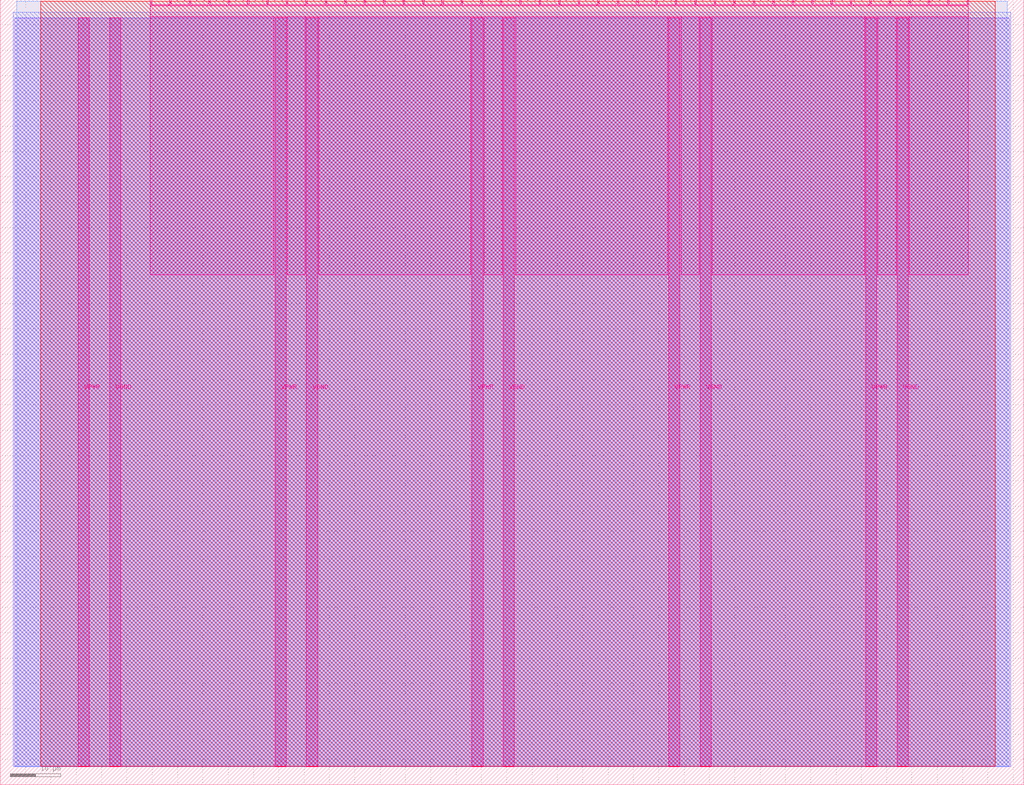
<source format=lef>
VERSION 5.7 ;
  NOWIREEXTENSIONATPIN ON ;
  DIVIDERCHAR "/" ;
  BUSBITCHARS "[]" ;
MACRO tt_um_alif_single_dualleak
  CLASS BLOCK ;
  FOREIGN tt_um_alif_single_dualleak ;
  ORIGIN 0.000 0.000 ;
  SIZE 202.080 BY 154.980 ;
  PIN VGND
    DIRECTION INOUT ;
    USE GROUND ;
    PORT
      LAYER Metal5 ;
        RECT 21.580 3.560 23.780 151.420 ;
    END
    PORT
      LAYER Metal5 ;
        RECT 60.450 3.560 62.650 151.420 ;
    END
    PORT
      LAYER Metal5 ;
        RECT 99.320 3.560 101.520 151.420 ;
    END
    PORT
      LAYER Metal5 ;
        RECT 138.190 3.560 140.390 151.420 ;
    END
    PORT
      LAYER Metal5 ;
        RECT 177.060 3.560 179.260 151.420 ;
    END
  END VGND
  PIN VPWR
    DIRECTION INOUT ;
    USE POWER ;
    PORT
      LAYER Metal5 ;
        RECT 15.380 3.560 17.580 151.420 ;
    END
    PORT
      LAYER Metal5 ;
        RECT 54.250 3.560 56.450 151.420 ;
    END
    PORT
      LAYER Metal5 ;
        RECT 93.120 3.560 95.320 151.420 ;
    END
    PORT
      LAYER Metal5 ;
        RECT 131.990 3.560 134.190 151.420 ;
    END
    PORT
      LAYER Metal5 ;
        RECT 170.860 3.560 173.060 151.420 ;
    END
  END VPWR
  PIN clk
    DIRECTION INPUT ;
    USE SIGNAL ;
    ANTENNAGATEAREA 0.213200 ;
    PORT
      LAYER Metal5 ;
        RECT 187.050 153.980 187.350 154.980 ;
    END
  END clk
  PIN ena
    DIRECTION INPUT ;
    USE SIGNAL ;
    ANTENNAGATEAREA 0.213200 ;
    PORT
      LAYER Metal5 ;
        RECT 190.890 153.980 191.190 154.980 ;
    END
  END ena
  PIN rst_n
    DIRECTION INPUT ;
    USE SIGNAL ;
    ANTENNAGATEAREA 0.527800 ;
    PORT
      LAYER Metal5 ;
        RECT 183.210 153.980 183.510 154.980 ;
    END
  END rst_n
  PIN ui_in[0]
    DIRECTION INPUT ;
    USE SIGNAL ;
    ANTENNAGATEAREA 0.180700 ;
    PORT
      LAYER Metal5 ;
        RECT 179.370 153.980 179.670 154.980 ;
    END
  END ui_in[0]
  PIN ui_in[1]
    DIRECTION INPUT ;
    USE SIGNAL ;
    ANTENNAGATEAREA 0.213200 ;
    PORT
      LAYER Metal5 ;
        RECT 175.530 153.980 175.830 154.980 ;
    END
  END ui_in[1]
  PIN ui_in[2]
    DIRECTION INPUT ;
    USE SIGNAL ;
    ANTENNAGATEAREA 0.213200 ;
    PORT
      LAYER Metal5 ;
        RECT 171.690 153.980 171.990 154.980 ;
    END
  END ui_in[2]
  PIN ui_in[3]
    DIRECTION INPUT ;
    USE SIGNAL ;
    ANTENNAGATEAREA 0.213200 ;
    PORT
      LAYER Metal5 ;
        RECT 167.850 153.980 168.150 154.980 ;
    END
  END ui_in[3]
  PIN ui_in[4]
    DIRECTION INPUT ;
    USE SIGNAL ;
    ANTENNAGATEAREA 0.180700 ;
    PORT
      LAYER Metal5 ;
        RECT 164.010 153.980 164.310 154.980 ;
    END
  END ui_in[4]
  PIN ui_in[5]
    DIRECTION INPUT ;
    USE SIGNAL ;
    ANTENNAGATEAREA 0.180700 ;
    PORT
      LAYER Metal5 ;
        RECT 160.170 153.980 160.470 154.980 ;
    END
  END ui_in[5]
  PIN ui_in[6]
    DIRECTION INPUT ;
    USE SIGNAL ;
    ANTENNAGATEAREA 0.180700 ;
    PORT
      LAYER Metal5 ;
        RECT 156.330 153.980 156.630 154.980 ;
    END
  END ui_in[6]
  PIN ui_in[7]
    DIRECTION INPUT ;
    USE SIGNAL ;
    ANTENNAGATEAREA 0.180700 ;
    PORT
      LAYER Metal5 ;
        RECT 152.490 153.980 152.790 154.980 ;
    END
  END ui_in[7]
  PIN uio_in[0]
    DIRECTION INPUT ;
    USE SIGNAL ;
    ANTENNAGATEAREA 0.180700 ;
    PORT
      LAYER Metal5 ;
        RECT 148.650 153.980 148.950 154.980 ;
    END
  END uio_in[0]
  PIN uio_in[1]
    DIRECTION INPUT ;
    USE SIGNAL ;
    PORT
      LAYER Metal5 ;
        RECT 144.810 153.980 145.110 154.980 ;
    END
  END uio_in[1]
  PIN uio_in[2]
    DIRECTION INPUT ;
    USE SIGNAL ;
    PORT
      LAYER Metal5 ;
        RECT 140.970 153.980 141.270 154.980 ;
    END
  END uio_in[2]
  PIN uio_in[3]
    DIRECTION INPUT ;
    USE SIGNAL ;
    PORT
      LAYER Metal5 ;
        RECT 137.130 153.980 137.430 154.980 ;
    END
  END uio_in[3]
  PIN uio_in[4]
    DIRECTION INPUT ;
    USE SIGNAL ;
    PORT
      LAYER Metal5 ;
        RECT 133.290 153.980 133.590 154.980 ;
    END
  END uio_in[4]
  PIN uio_in[5]
    DIRECTION INPUT ;
    USE SIGNAL ;
    PORT
      LAYER Metal5 ;
        RECT 129.450 153.980 129.750 154.980 ;
    END
  END uio_in[5]
  PIN uio_in[6]
    DIRECTION INPUT ;
    USE SIGNAL ;
    PORT
      LAYER Metal5 ;
        RECT 125.610 153.980 125.910 154.980 ;
    END
  END uio_in[6]
  PIN uio_in[7]
    DIRECTION INPUT ;
    USE SIGNAL ;
    PORT
      LAYER Metal5 ;
        RECT 121.770 153.980 122.070 154.980 ;
    END
  END uio_in[7]
  PIN uio_oe[0]
    DIRECTION OUTPUT ;
    USE SIGNAL ;
    ANTENNADIFFAREA 0.392700 ;
    PORT
      LAYER Metal5 ;
        RECT 56.490 153.980 56.790 154.980 ;
    END
  END uio_oe[0]
  PIN uio_oe[1]
    DIRECTION OUTPUT ;
    USE SIGNAL ;
    ANTENNADIFFAREA 0.299200 ;
    PORT
      LAYER Metal5 ;
        RECT 52.650 153.980 52.950 154.980 ;
    END
  END uio_oe[1]
  PIN uio_oe[2]
    DIRECTION OUTPUT ;
    USE SIGNAL ;
    ANTENNADIFFAREA 0.299200 ;
    PORT
      LAYER Metal5 ;
        RECT 48.810 153.980 49.110 154.980 ;
    END
  END uio_oe[2]
  PIN uio_oe[3]
    DIRECTION OUTPUT ;
    USE SIGNAL ;
    ANTENNADIFFAREA 0.299200 ;
    PORT
      LAYER Metal5 ;
        RECT 44.970 153.980 45.270 154.980 ;
    END
  END uio_oe[3]
  PIN uio_oe[4]
    DIRECTION OUTPUT ;
    USE SIGNAL ;
    ANTENNADIFFAREA 0.299200 ;
    PORT
      LAYER Metal5 ;
        RECT 41.130 153.980 41.430 154.980 ;
    END
  END uio_oe[4]
  PIN uio_oe[5]
    DIRECTION OUTPUT ;
    USE SIGNAL ;
    ANTENNADIFFAREA 0.299200 ;
    PORT
      LAYER Metal5 ;
        RECT 37.290 153.980 37.590 154.980 ;
    END
  END uio_oe[5]
  PIN uio_oe[6]
    DIRECTION OUTPUT ;
    USE SIGNAL ;
    ANTENNADIFFAREA 0.299200 ;
    PORT
      LAYER Metal5 ;
        RECT 33.450 153.980 33.750 154.980 ;
    END
  END uio_oe[6]
  PIN uio_oe[7]
    DIRECTION OUTPUT ;
    USE SIGNAL ;
    ANTENNADIFFAREA 0.299200 ;
    PORT
      LAYER Metal5 ;
        RECT 29.610 153.980 29.910 154.980 ;
    END
  END uio_oe[7]
  PIN uio_out[0]
    DIRECTION OUTPUT ;
    USE SIGNAL ;
    ANTENNADIFFAREA 0.706800 ;
    PORT
      LAYER Metal5 ;
        RECT 87.210 153.980 87.510 154.980 ;
    END
  END uio_out[0]
  PIN uio_out[1]
    DIRECTION OUTPUT ;
    USE SIGNAL ;
    ANTENNADIFFAREA 0.299200 ;
    PORT
      LAYER Metal5 ;
        RECT 83.370 153.980 83.670 154.980 ;
    END
  END uio_out[1]
  PIN uio_out[2]
    DIRECTION OUTPUT ;
    USE SIGNAL ;
    ANTENNADIFFAREA 0.299200 ;
    PORT
      LAYER Metal5 ;
        RECT 79.530 153.980 79.830 154.980 ;
    END
  END uio_out[2]
  PIN uio_out[3]
    DIRECTION OUTPUT ;
    USE SIGNAL ;
    ANTENNADIFFAREA 0.299200 ;
    PORT
      LAYER Metal5 ;
        RECT 75.690 153.980 75.990 154.980 ;
    END
  END uio_out[3]
  PIN uio_out[4]
    DIRECTION OUTPUT ;
    USE SIGNAL ;
    ANTENNADIFFAREA 0.299200 ;
    PORT
      LAYER Metal5 ;
        RECT 71.850 153.980 72.150 154.980 ;
    END
  END uio_out[4]
  PIN uio_out[5]
    DIRECTION OUTPUT ;
    USE SIGNAL ;
    ANTENNADIFFAREA 0.299200 ;
    PORT
      LAYER Metal5 ;
        RECT 68.010 153.980 68.310 154.980 ;
    END
  END uio_out[5]
  PIN uio_out[6]
    DIRECTION OUTPUT ;
    USE SIGNAL ;
    ANTENNADIFFAREA 0.299200 ;
    PORT
      LAYER Metal5 ;
        RECT 64.170 153.980 64.470 154.980 ;
    END
  END uio_out[6]
  PIN uio_out[7]
    DIRECTION OUTPUT ;
    USE SIGNAL ;
    ANTENNADIFFAREA 0.299200 ;
    PORT
      LAYER Metal5 ;
        RECT 60.330 153.980 60.630 154.980 ;
    END
  END uio_out[7]
  PIN uo_out[0]
    DIRECTION OUTPUT ;
    USE SIGNAL ;
    ANTENNADIFFAREA 0.654800 ;
    PORT
      LAYER Metal5 ;
        RECT 117.930 153.980 118.230 154.980 ;
    END
  END uo_out[0]
  PIN uo_out[1]
    DIRECTION OUTPUT ;
    USE SIGNAL ;
    ANTENNADIFFAREA 0.662000 ;
    PORT
      LAYER Metal5 ;
        RECT 114.090 153.980 114.390 154.980 ;
    END
  END uo_out[1]
  PIN uo_out[2]
    DIRECTION OUTPUT ;
    USE SIGNAL ;
    ANTENNADIFFAREA 0.662000 ;
    PORT
      LAYER Metal5 ;
        RECT 110.250 153.980 110.550 154.980 ;
    END
  END uo_out[2]
  PIN uo_out[3]
    DIRECTION OUTPUT ;
    USE SIGNAL ;
    ANTENNADIFFAREA 0.662000 ;
    PORT
      LAYER Metal5 ;
        RECT 106.410 153.980 106.710 154.980 ;
    END
  END uo_out[3]
  PIN uo_out[4]
    DIRECTION OUTPUT ;
    USE SIGNAL ;
    ANTENNADIFFAREA 0.662000 ;
    PORT
      LAYER Metal5 ;
        RECT 102.570 153.980 102.870 154.980 ;
    END
  END uo_out[4]
  PIN uo_out[5]
    DIRECTION OUTPUT ;
    USE SIGNAL ;
    ANTENNADIFFAREA 0.662000 ;
    PORT
      LAYER Metal5 ;
        RECT 98.730 153.980 99.030 154.980 ;
    END
  END uo_out[5]
  PIN uo_out[6]
    DIRECTION OUTPUT ;
    USE SIGNAL ;
    ANTENNADIFFAREA 0.662000 ;
    PORT
      LAYER Metal5 ;
        RECT 94.890 153.980 95.190 154.980 ;
    END
  END uo_out[6]
  PIN uo_out[7]
    DIRECTION OUTPUT ;
    USE SIGNAL ;
    ANTENNADIFFAREA 0.662000 ;
    PORT
      LAYER Metal5 ;
        RECT 91.050 153.980 91.350 154.980 ;
    END
  END uo_out[7]
  OBS
      LAYER GatPoly ;
        RECT 2.880 3.630 199.200 151.350 ;
      LAYER Metal1 ;
        RECT 2.880 3.560 199.200 151.420 ;
      LAYER Metal2 ;
        RECT 2.605 3.680 199.475 152.560 ;
      LAYER Metal3 ;
        RECT 3.260 3.635 198.820 154.705 ;
      LAYER Metal4 ;
        RECT 8.015 3.680 196.465 154.660 ;
      LAYER Metal5 ;
        RECT 30.120 153.770 33.240 153.980 ;
        RECT 33.960 153.770 37.080 153.980 ;
        RECT 37.800 153.770 40.920 153.980 ;
        RECT 41.640 153.770 44.760 153.980 ;
        RECT 45.480 153.770 48.600 153.980 ;
        RECT 49.320 153.770 52.440 153.980 ;
        RECT 53.160 153.770 56.280 153.980 ;
        RECT 57.000 153.770 60.120 153.980 ;
        RECT 60.840 153.770 63.960 153.980 ;
        RECT 64.680 153.770 67.800 153.980 ;
        RECT 68.520 153.770 71.640 153.980 ;
        RECT 72.360 153.770 75.480 153.980 ;
        RECT 76.200 153.770 79.320 153.980 ;
        RECT 80.040 153.770 83.160 153.980 ;
        RECT 83.880 153.770 87.000 153.980 ;
        RECT 87.720 153.770 90.840 153.980 ;
        RECT 91.560 153.770 94.680 153.980 ;
        RECT 95.400 153.770 98.520 153.980 ;
        RECT 99.240 153.770 102.360 153.980 ;
        RECT 103.080 153.770 106.200 153.980 ;
        RECT 106.920 153.770 110.040 153.980 ;
        RECT 110.760 153.770 113.880 153.980 ;
        RECT 114.600 153.770 117.720 153.980 ;
        RECT 118.440 153.770 121.560 153.980 ;
        RECT 122.280 153.770 125.400 153.980 ;
        RECT 126.120 153.770 129.240 153.980 ;
        RECT 129.960 153.770 133.080 153.980 ;
        RECT 133.800 153.770 136.920 153.980 ;
        RECT 137.640 153.770 140.760 153.980 ;
        RECT 141.480 153.770 144.600 153.980 ;
        RECT 145.320 153.770 148.440 153.980 ;
        RECT 149.160 153.770 152.280 153.980 ;
        RECT 153.000 153.770 156.120 153.980 ;
        RECT 156.840 153.770 159.960 153.980 ;
        RECT 160.680 153.770 163.800 153.980 ;
        RECT 164.520 153.770 167.640 153.980 ;
        RECT 168.360 153.770 171.480 153.980 ;
        RECT 172.200 153.770 175.320 153.980 ;
        RECT 176.040 153.770 179.160 153.980 ;
        RECT 179.880 153.770 183.000 153.980 ;
        RECT 183.720 153.770 186.840 153.980 ;
        RECT 187.560 153.770 190.680 153.980 ;
        RECT 29.660 151.630 191.140 153.770 ;
        RECT 29.660 100.655 54.040 151.630 ;
        RECT 56.660 100.655 60.240 151.630 ;
        RECT 62.860 100.655 92.910 151.630 ;
        RECT 95.530 100.655 99.110 151.630 ;
        RECT 101.730 100.655 131.780 151.630 ;
        RECT 134.400 100.655 137.980 151.630 ;
        RECT 140.600 100.655 170.650 151.630 ;
        RECT 173.270 100.655 176.850 151.630 ;
        RECT 179.470 100.655 191.140 151.630 ;
  END
END tt_um_alif_single_dualleak
END LIBRARY


</source>
